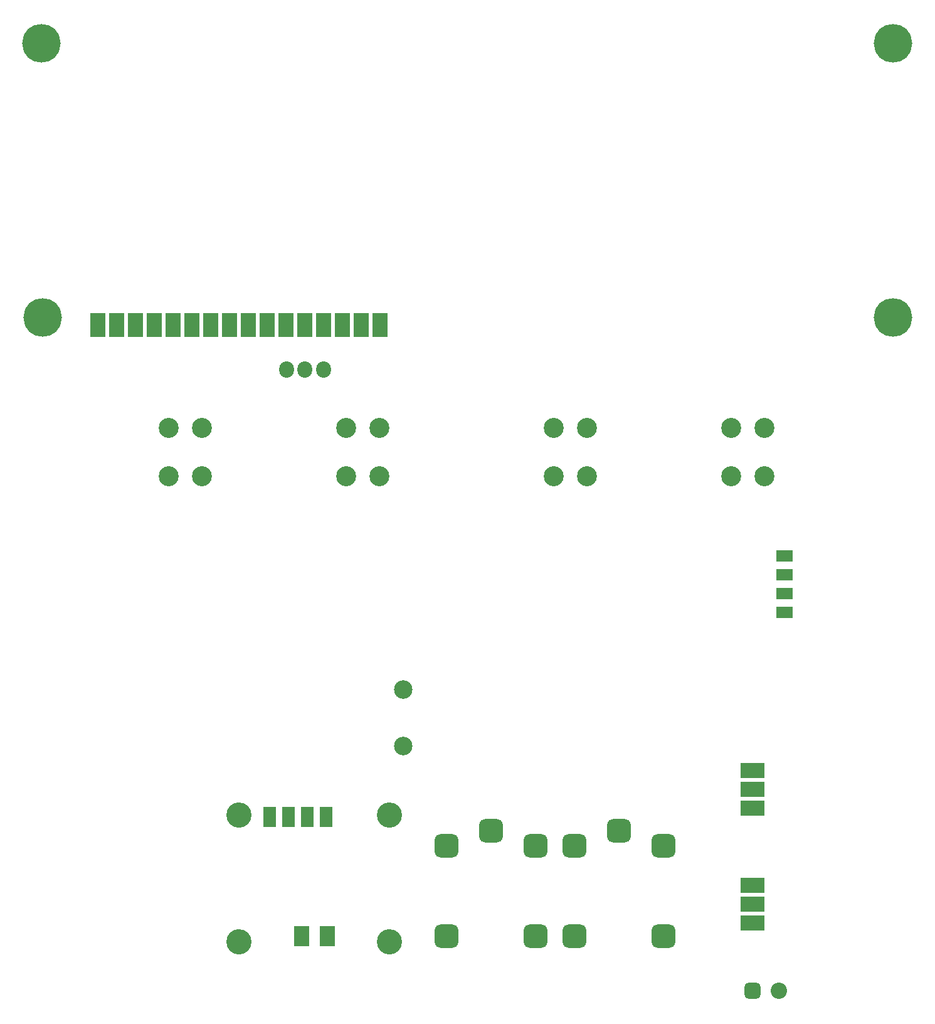
<source format=gts>
G04 Layer_Color=8388736*
%FSLAX25Y25*%
%MOIN*%
G70*
G01*
G75*
G04:AMPARAMS|DCode=52|XSize=126.11mil|YSize=126.11mil|CornerRadius=33.53mil|HoleSize=0mil|Usage=FLASHONLY|Rotation=90.000|XOffset=0mil|YOffset=0mil|HoleType=Round|Shape=RoundedRectangle|*
%AMROUNDEDRECTD52*
21,1,0.12611,0.05906,0,0,90.0*
21,1,0.05906,0.12611,0,0,90.0*
1,1,0.06706,0.02953,0.02953*
1,1,0.06706,0.02953,-0.02953*
1,1,0.06706,-0.02953,-0.02953*
1,1,0.06706,-0.02953,0.02953*
%
%ADD52ROUNDEDRECTD52*%
%ADD53R,0.07887X0.10642*%
%ADD54C,0.13398*%
%ADD55R,0.07099X0.10642*%
%ADD56C,0.08674*%
G04:AMPARAMS|DCode=57|XSize=86.74mil|YSize=86.74mil|CornerRadius=23.69mil|HoleSize=0mil|Usage=FLASHONLY|Rotation=0.000|XOffset=0mil|YOffset=0mil|HoleType=Round|Shape=RoundedRectangle|*
%AMROUNDEDRECTD57*
21,1,0.08674,0.03937,0,0,0.0*
21,1,0.03937,0.08674,0,0,0.0*
1,1,0.04737,0.01969,-0.01969*
1,1,0.04737,-0.01969,-0.01969*
1,1,0.04737,-0.01969,0.01969*
1,1,0.04737,0.01969,0.01969*
%
%ADD57ROUNDEDRECTD57*%
%ADD58C,0.09855*%
%ADD59O,0.07887X0.08674*%
%ADD60R,0.12611X0.07887*%
%ADD61R,0.08674X0.05918*%
%ADD62C,0.20485*%
%ADD63R,0.07887X0.12611*%
%ADD64C,0.10642*%
D52*
X1005922Y443779D02*
D03*
X958678D02*
D03*
X1005922Y395747D02*
D03*
X958678D02*
D03*
X982300Y451653D02*
D03*
X937922Y443779D02*
D03*
X890678D02*
D03*
X937922Y395747D02*
D03*
X890678D02*
D03*
X914300Y451653D02*
D03*
D53*
X813520Y395700D02*
D03*
X827300D02*
D03*
D54*
X860213Y392550D02*
D03*
X780213D02*
D03*
Y460109D02*
D03*
X860213D02*
D03*
D55*
X826713Y459109D02*
D03*
X816713D02*
D03*
X806713D02*
D03*
X796713D02*
D03*
D56*
X1067137Y366684D02*
D03*
D57*
X1053358D02*
D03*
D58*
X867702Y526684D02*
D03*
Y496763D02*
D03*
D59*
X815300Y696700D02*
D03*
X805457D02*
D03*
X825142D02*
D03*
D60*
X1053247Y473684D02*
D03*
Y463684D02*
D03*
Y483684D02*
D03*
Y412684D02*
D03*
Y402684D02*
D03*
Y422684D02*
D03*
D61*
X1070300Y577700D02*
D03*
Y597700D02*
D03*
Y587700D02*
D03*
Y567700D02*
D03*
D62*
X1128102Y724185D02*
D03*
Y869854D02*
D03*
X675346D02*
D03*
X675772Y724176D02*
D03*
D63*
X715221Y720239D02*
D03*
X705221D02*
D03*
X725221D02*
D03*
X735221D02*
D03*
X745221D02*
D03*
X755221D02*
D03*
X765221D02*
D03*
X775221D02*
D03*
X785221D02*
D03*
X795221D02*
D03*
X805221D02*
D03*
X815221D02*
D03*
X825221D02*
D03*
X835221D02*
D03*
X845221D02*
D03*
X855221D02*
D03*
D64*
X965276Y639887D02*
D03*
X947560Y665477D02*
D03*
X965276D02*
D03*
X947560Y639887D02*
D03*
X855040Y639887D02*
D03*
X837324Y665477D02*
D03*
X855040D02*
D03*
X837324Y639887D02*
D03*
X760552D02*
D03*
X742835Y665477D02*
D03*
X760552D02*
D03*
X742835Y639887D02*
D03*
X1059765D02*
D03*
X1042048Y665477D02*
D03*
X1059765D02*
D03*
X1042048Y639887D02*
D03*
M02*

</source>
